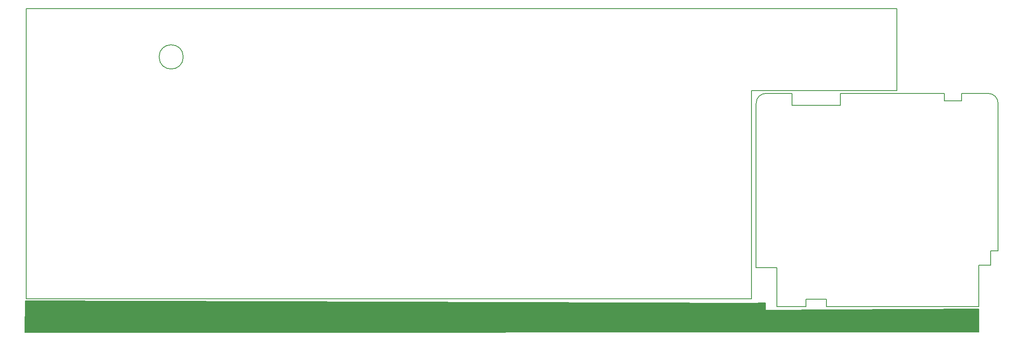
<source format=gbr>
%TF.GenerationSoftware,KiCad,Pcbnew,9.0.0*%
%TF.CreationDate,2025-05-04T19:05:18+10:00*%
%TF.ProjectId,CombinedMBTHB,436f6d62-696e-4656-944d-425448422e6b,rev?*%
%TF.SameCoordinates,Original*%
%TF.FileFunction,Profile,NP*%
%FSLAX46Y46*%
G04 Gerber Fmt 4.6, Leading zero omitted, Abs format (unit mm)*
G04 Created by KiCad (PCBNEW 9.0.0) date 2025-05-04 19:05:18*
%MOMM*%
%LPD*%
G01*
G04 APERTURE LIST*
%TA.AperFunction,Profile*%
%ADD10C,0.200000*%
%TD*%
G04 APERTURE END LIST*
D10*
X214898765Y-105164605D02*
X217898765Y-105064605D01*
X217898765Y-106564605D01*
X261998765Y-106364605D01*
X261998765Y-111064605D01*
X64798765Y-111164605D01*
X64898765Y-104664605D01*
X214898765Y-105164605D01*
%TA.AperFunction,Profile*%
G36*
X214898765Y-105164605D02*
G01*
X217898765Y-105064605D01*
X217898765Y-106564605D01*
X261998765Y-106364605D01*
X261998765Y-111064605D01*
X64798765Y-111164605D01*
X64898765Y-104664605D01*
X214898765Y-105164605D01*
G37*
%TD.AperFunction*%
X264500000Y-97300000D02*
X264500000Y-94300000D01*
X233399131Y-64300000D02*
X223396551Y-64301055D01*
X226301099Y-104300000D02*
X230500000Y-104300000D01*
X230500000Y-104300000D02*
X230500000Y-105800000D01*
X216000000Y-63800000D02*
X216000000Y-97800000D01*
X223396551Y-64301055D02*
X223396551Y-61800000D01*
X233399131Y-61800000D02*
X233399131Y-64300000D01*
X262000000Y-105800000D02*
X262000000Y-97300000D01*
X226301099Y-105790499D02*
X226301099Y-104300000D01*
X254898662Y-61800000D02*
X254898662Y-63301055D01*
X230500000Y-105800000D02*
X262000000Y-105800000D01*
X262000000Y-97300000D02*
X264500000Y-97300000D01*
X258500000Y-61800000D02*
X258500000Y-63300000D01*
X264500000Y-94300000D02*
X266000000Y-94300000D01*
X258500000Y-63300000D02*
X254898662Y-63301055D01*
X220307880Y-105790499D02*
X220299262Y-97797624D01*
X216000000Y-97800000D02*
X220299262Y-97797624D01*
X220307880Y-105790499D02*
X226301099Y-105790499D01*
X216000000Y-63800000D02*
G75*
G02*
X218000000Y-61800000I2000000J0D01*
G01*
X264000000Y-61800000D02*
G75*
G02*
X266000000Y-63800000I0J-2000000D01*
G01*
X266000000Y-94300000D02*
X266000000Y-63800000D01*
X245050000Y-44250000D02*
X65050000Y-44250000D01*
X215050000Y-104250000D02*
X215050000Y-61250000D01*
X65050000Y-104250000D02*
X215050000Y-104250000D01*
X215050000Y-61250000D02*
X245050000Y-61250000D01*
X97550000Y-54250000D02*
G75*
G02*
X92550000Y-54250000I-2500000J0D01*
G01*
X92550000Y-54250000D02*
G75*
G02*
X97550000Y-54250000I2500000J0D01*
G01*
X65050000Y-44250000D02*
X65050000Y-104250000D01*
X245050000Y-61250000D02*
X245050000Y-44250000D01*
X223396551Y-61800000D02*
X218000000Y-61800000D01*
X264000000Y-61800000D02*
X258500000Y-61800000D01*
X254898662Y-61800000D02*
X233399131Y-61800000D01*
M02*

</source>
